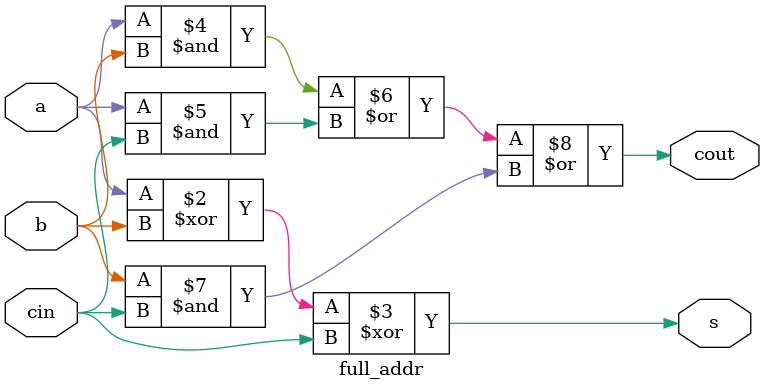
<source format=sv>
module full_addr
(
	input  a,b,cin,
	output s, cout
);

	always_comb
	begin
		s = a^b^cin;
		cout = (a&b)|(a&cin)|(b&cin);
	 end
     
endmodule

</source>
